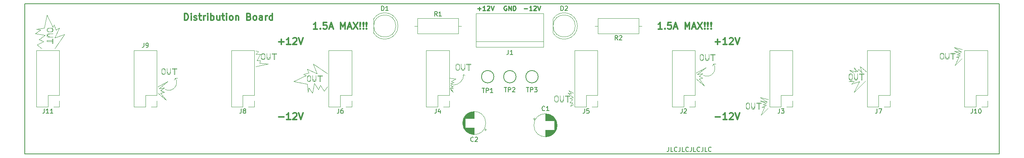
<source format=gto>
G04 #@! TF.GenerationSoftware,KiCad,Pcbnew,(6.0.1)*
G04 #@! TF.CreationDate,2022-09-12T09:43:39+02:00*
G04 #@! TF.ProjectId,Distrib,44697374-7269-4622-9e6b-696361645f70,rev?*
G04 #@! TF.SameCoordinates,Original*
G04 #@! TF.FileFunction,Legend,Top*
G04 #@! TF.FilePolarity,Positive*
%FSLAX46Y46*%
G04 Gerber Fmt 4.6, Leading zero omitted, Abs format (unit mm)*
G04 Created by KiCad (PCBNEW (6.0.1)) date 2022-09-12 09:43:39*
%MOMM*%
%LPD*%
G01*
G04 APERTURE LIST*
%ADD10C,0.120000*%
G04 #@! TA.AperFunction,Profile*
%ADD11C,0.150000*%
G04 #@! TD*
%ADD12C,0.150000*%
%ADD13C,0.300000*%
%ADD14C,0.250000*%
%ADD15R,1.700000X1.700000*%
%ADD16O,1.700000X1.700000*%
%ADD17R,1.800000X1.800000*%
%ADD18C,1.800000*%
%ADD19C,1.600000*%
%ADD20O,1.600000X1.600000*%
%ADD21C,2.000000*%
%ADD22R,3.000000X3.000000*%
%ADD23C,3.000000*%
%ADD24R,1.600000X1.600000*%
G04 APERTURE END LIST*
D10*
X238800000Y-66300000D02*
X239000000Y-66500000D01*
X242200000Y-65700000D02*
X241400000Y-65500000D01*
X240800000Y-64700000D02*
X242400000Y-64900000D01*
X239200000Y-66500000D02*
X238800000Y-65900000D01*
X238400000Y-65500000D02*
X238000000Y-65100000D01*
X240800000Y-63900000D02*
X242600000Y-64300000D01*
X238200000Y-65100000D02*
X237800000Y-65100000D01*
X238800000Y-65100000D02*
X238800000Y-66300000D01*
X239400000Y-66500000D02*
X239600000Y-66300000D01*
X237600000Y-65300000D02*
X237600000Y-66300000D01*
X240000000Y-65100000D02*
X241000000Y-65100000D01*
X237800000Y-65100000D02*
X237600000Y-65300000D01*
X241000000Y-67900000D02*
X241800000Y-66100000D01*
X241000000Y-65100000D02*
X241000000Y-65300000D01*
X239600000Y-65900000D02*
X239200000Y-66500000D01*
X242200000Y-65300000D02*
X241800000Y-65100000D01*
X237600000Y-65500000D02*
X238000000Y-65100000D01*
X242600000Y-66300000D02*
X241000000Y-67900000D01*
X240400000Y-65100000D02*
X240400000Y-66500000D01*
X241200000Y-66100000D02*
X242200000Y-65700000D01*
X238400000Y-66300000D02*
X238400000Y-65300000D01*
X241400000Y-65500000D02*
X242200000Y-65300000D01*
X241800000Y-65100000D02*
X240800000Y-64700000D01*
X240400000Y-66500000D02*
X240600000Y-66500000D01*
X238400000Y-65300000D02*
X238200000Y-65100000D01*
X238000000Y-66500000D02*
X237600000Y-66100000D01*
X240000000Y-65300000D02*
X240000000Y-65100000D01*
X241800000Y-66100000D02*
X241200000Y-66100000D01*
X239600000Y-66300000D02*
X239600000Y-65100000D01*
X237600000Y-66300000D02*
X237800000Y-66500000D01*
X237800000Y-66500000D02*
X238200000Y-66500000D01*
X241000000Y-65300000D02*
X240000000Y-65300000D01*
X239000000Y-66500000D02*
X239400000Y-66500000D01*
X240600000Y-66500000D02*
X240600000Y-65100000D01*
X238200000Y-66500000D02*
X238400000Y-66300000D01*
X238400000Y-66100000D02*
X238000000Y-66500000D01*
X242400000Y-64900000D02*
X240800000Y-63900000D01*
X37200000Y-59500000D02*
X36200000Y-59500000D01*
X33400000Y-60700000D02*
X35600000Y-61100000D01*
X36200000Y-61500000D02*
X37400000Y-61500000D01*
X36000000Y-62300000D02*
X36000000Y-62500000D01*
X36400000Y-60300000D02*
X36000000Y-59900000D01*
X37400000Y-62300000D02*
X36000000Y-62300000D01*
X34200000Y-62100000D02*
X35200000Y-62500000D01*
X36200000Y-60300000D02*
X37200000Y-60300000D01*
X37400000Y-60100000D02*
X37400000Y-59700000D01*
X36000000Y-61100000D02*
X36600000Y-60700000D01*
X37200000Y-62900000D02*
X37200000Y-61900000D01*
X37200000Y-60300000D02*
X37400000Y-60100000D01*
X36000000Y-56500000D02*
X35400000Y-59500000D01*
X38800000Y-59500000D02*
X38000000Y-59900000D01*
X33600000Y-59700000D02*
X34600000Y-59900000D01*
X37400000Y-62900000D02*
X37200000Y-62900000D01*
X37600000Y-58700000D02*
X37400000Y-59300000D01*
X37400000Y-61900000D02*
X37400000Y-62900000D01*
X36000000Y-61300000D02*
X36200000Y-61500000D01*
X37800000Y-64100000D02*
X40000000Y-60900000D01*
X37000000Y-60300000D02*
X37400000Y-59900000D01*
X40000000Y-60900000D02*
X37800000Y-61700000D01*
X36000000Y-59900000D02*
X36400000Y-59500000D01*
X38000000Y-59900000D02*
X37600000Y-58700000D01*
X37800000Y-61700000D02*
X38800000Y-59500000D01*
X37400000Y-59700000D02*
X37200000Y-59500000D01*
X36000000Y-60900000D02*
X36000000Y-61300000D01*
X37400000Y-60700000D02*
X36200000Y-60700000D01*
X36000000Y-59700000D02*
X36000000Y-60100000D01*
X37000000Y-59500000D02*
X37400000Y-59900000D01*
X35400000Y-59500000D02*
X33600000Y-59700000D01*
X36200000Y-59500000D02*
X36000000Y-59700000D01*
X37200000Y-61900000D02*
X37400000Y-61900000D01*
X36000000Y-62500000D02*
X37400000Y-62500000D01*
X36000000Y-60100000D02*
X36200000Y-60300000D01*
X36600000Y-61500000D02*
X36000000Y-61100000D01*
X37400000Y-59300000D02*
X36000000Y-56500000D01*
X34600000Y-59900000D02*
X33400000Y-60700000D01*
X35600000Y-61100000D02*
X34200000Y-62100000D01*
X33800000Y-63300000D02*
X34800000Y-64100000D01*
X35200000Y-62500000D02*
X33800000Y-63300000D01*
X36200000Y-60700000D02*
X36000000Y-60900000D01*
X84590000Y-65200000D02*
X84390000Y-65400000D01*
X85190000Y-65600000D02*
X84790000Y-65200000D01*
X86790000Y-65400000D02*
X86790000Y-65200000D01*
X219800000Y-71200000D02*
X220000000Y-71200000D01*
X220000000Y-71200000D02*
X220000000Y-69800000D01*
X219400000Y-70000000D02*
X219400000Y-69800000D01*
X219400000Y-69800000D02*
X220400000Y-69800000D01*
X217000000Y-71000000D02*
X217200000Y-71200000D01*
X217200000Y-71200000D02*
X217600000Y-71200000D01*
X218200000Y-71000000D02*
X218400000Y-71200000D01*
X220400000Y-69800000D02*
X220400000Y-70000000D01*
X220400000Y-70000000D02*
X219400000Y-70000000D01*
X219800000Y-69800000D02*
X219800000Y-71200000D01*
X217000000Y-70000000D02*
X217000000Y-71000000D01*
X217600000Y-69800000D02*
X217200000Y-69800000D01*
X217800000Y-70000000D02*
X217600000Y-69800000D01*
X217200000Y-69800000D02*
X217000000Y-70000000D01*
X217800000Y-70200000D02*
X217400000Y-69800000D01*
X217800000Y-70800000D02*
X217400000Y-71200000D01*
X218200000Y-69800000D02*
X218200000Y-71000000D01*
X217800000Y-71000000D02*
X217800000Y-70000000D01*
X218400000Y-71200000D02*
X218800000Y-71200000D01*
X218600000Y-71200000D02*
X218200000Y-70600000D01*
X218800000Y-71200000D02*
X219000000Y-71000000D01*
X217000000Y-70200000D02*
X217400000Y-69800000D01*
X217400000Y-71200000D02*
X217000000Y-70800000D01*
X219000000Y-71000000D02*
X219000000Y-69800000D01*
X217600000Y-71200000D02*
X217800000Y-71000000D01*
X219000000Y-70600000D02*
X218600000Y-71200000D01*
X127700000Y-72400000D02*
G75*
G03*
X130100000Y-70000000I-1J2400001D01*
G01*
X130100000Y-70000000D02*
X130300000Y-70200000D01*
X130100000Y-70000000D02*
X129900000Y-70200000D01*
X184200001Y-70199998D02*
G75*
G03*
X186488414Y-67607718I800000J1599998D01*
G01*
X196800000Y-77800000D02*
X196800000Y-76400000D01*
X94541667Y-70200000D02*
X91741667Y-71600000D01*
X151000000Y-76200000D02*
X150600000Y-75800000D01*
X85590000Y-66400000D02*
X85790000Y-66600000D01*
X62500000Y-70000000D02*
X62700000Y-69800000D01*
X151800000Y-76000000D02*
X152000000Y-76200000D01*
X95341667Y-71600000D02*
X95541667Y-71400000D01*
X152600000Y-75600000D02*
X152200000Y-76200000D01*
X62700000Y-68800000D02*
X62500000Y-68600000D01*
X185800000Y-65600000D02*
X185800000Y-65400000D01*
X127100000Y-73000000D02*
X127700000Y-73200000D01*
X62500000Y-74000000D02*
X61700000Y-74200000D01*
X87790000Y-65400000D02*
X86790000Y-65400000D01*
X151400000Y-75800000D02*
X151000000Y-76200000D01*
X186800000Y-65400000D02*
X186800000Y-65600000D01*
X84790000Y-66600000D02*
X84390000Y-66200000D01*
X186200000Y-66800000D02*
X186400000Y-66800000D01*
X217000000Y-71600000D02*
X217800000Y-71400000D01*
X96741667Y-71000000D02*
X96341667Y-71600000D01*
X185400000Y-66200000D02*
X185000000Y-66800000D01*
X85190000Y-65400000D02*
X84990000Y-65200000D01*
X85190000Y-66400000D02*
X85190000Y-65400000D01*
X63500000Y-70000000D02*
X63100000Y-69400000D01*
X153400000Y-74800000D02*
X153400000Y-76200000D01*
X150800000Y-74800000D02*
X150600000Y-75000000D01*
X62900000Y-75800000D02*
X61100000Y-74200000D01*
X184000000Y-65400000D02*
X183600000Y-65400000D01*
X129500000Y-68800000D02*
X129700000Y-69000000D01*
X153000000Y-74800000D02*
X154000000Y-74800000D01*
X85590000Y-65200000D02*
X85590000Y-66400000D01*
X186488414Y-67607718D02*
X187000000Y-67600000D01*
X194400000Y-77800000D02*
X194600000Y-77600000D01*
X83390000Y-66800000D02*
X84190000Y-65400000D01*
X130300000Y-68400000D02*
X129900000Y-69000000D01*
X61100000Y-72800000D02*
X63300000Y-71600000D01*
X195200000Y-77800000D02*
X195600000Y-77800000D01*
X86390000Y-66000000D02*
X85990000Y-66600000D01*
X197200000Y-76600000D02*
X196200000Y-76600000D01*
X61300000Y-73200000D02*
X62500000Y-73000000D01*
X194000000Y-77800000D02*
X194400000Y-77800000D01*
X153800000Y-73600000D02*
X154400000Y-74400000D01*
X184000000Y-69800000D02*
X183200000Y-70400000D01*
X64300000Y-68800000D02*
X64300000Y-68600000D01*
X185400000Y-66600000D02*
X185400000Y-65400000D01*
X95141667Y-73000000D02*
X95941667Y-74200000D01*
X194600000Y-77400000D02*
X194200000Y-77800000D01*
X128300000Y-68000000D02*
X128700000Y-67600000D01*
X183400000Y-65800000D02*
X183800000Y-65400000D01*
X64700000Y-70000000D02*
X64900000Y-70000000D01*
X84390000Y-65400000D02*
X84390000Y-66400000D01*
X64988414Y-70807718D02*
X65500000Y-70800000D01*
X129100000Y-68600000D02*
X128700000Y-69000000D01*
X127700000Y-72800000D02*
X127100000Y-72400000D01*
X151200000Y-74800000D02*
X150800000Y-74800000D01*
X84390000Y-65600000D02*
X84790000Y-65200000D01*
X184200000Y-65800000D02*
X183800000Y-65400000D01*
X63300000Y-71600000D02*
X61300000Y-73200000D01*
X61900000Y-68800000D02*
X61900000Y-69800000D01*
X96341667Y-72000000D02*
X97341667Y-73400000D01*
X85990000Y-67600000D02*
X83990000Y-67400000D01*
X151800000Y-74800000D02*
X151800000Y-76000000D01*
X151200000Y-76200000D02*
X151400000Y-76000000D01*
X186200000Y-65400000D02*
X186200000Y-66800000D01*
X154600000Y-76400000D02*
X154200000Y-77200000D01*
X183400000Y-65600000D02*
X183400000Y-66600000D01*
X94741667Y-71400000D02*
X94941667Y-71600000D01*
X198000000Y-77400000D02*
X197400000Y-77400000D01*
X195800000Y-77600000D02*
X195800000Y-76400000D01*
X128700000Y-69000000D02*
X128300000Y-68600000D01*
X129100000Y-68800000D02*
X129100000Y-67800000D01*
X97741667Y-71600000D02*
X97741667Y-70200000D01*
X127700000Y-73200000D02*
X127300000Y-72800000D01*
X97141667Y-70400000D02*
X97141667Y-70200000D01*
X193800000Y-77600000D02*
X194000000Y-77800000D01*
X198600000Y-76200000D02*
X197000000Y-75200000D01*
X95941667Y-71400000D02*
X96141667Y-71600000D01*
X154200000Y-77200000D02*
X154800000Y-76800000D01*
X183800000Y-66800000D02*
X183400000Y-66400000D01*
X97741667Y-72400000D02*
X98541667Y-73800000D01*
X219600000Y-68200000D02*
X220000000Y-69600000D01*
X186400000Y-66800000D02*
X186400000Y-65400000D01*
X87190000Y-65200000D02*
X87190000Y-66600000D01*
X98541667Y-73800000D02*
X99341667Y-72800000D01*
X84990000Y-65200000D02*
X84590000Y-65200000D01*
X183600000Y-66800000D02*
X184000000Y-66800000D01*
X184200000Y-65600000D02*
X184000000Y-65400000D01*
X129100000Y-68000000D02*
X128700000Y-67600000D01*
X196200000Y-76400000D02*
X197200000Y-76400000D01*
X152600000Y-76000000D02*
X152600000Y-74800000D01*
X127100000Y-72000000D02*
X127900000Y-71800000D01*
X197200000Y-76400000D02*
X197200000Y-76600000D01*
X197200000Y-79200000D02*
X198000000Y-77400000D01*
X84190000Y-65400000D02*
X83190000Y-65400000D01*
X129700000Y-69000000D02*
X130100000Y-69000000D01*
X197400000Y-77400000D02*
X198400000Y-77000000D01*
X193800000Y-76600000D02*
X193800000Y-77600000D01*
X182600000Y-69600000D02*
X184800000Y-68400000D01*
X196600000Y-76400000D02*
X196600000Y-77800000D01*
X151400000Y-75000000D02*
X151200000Y-74800000D01*
X185800000Y-65400000D02*
X186800000Y-65400000D01*
X195600000Y-77800000D02*
X195800000Y-77600000D01*
X131100000Y-67600000D02*
X131100000Y-69000000D01*
X96141667Y-67600000D02*
X96941667Y-69800000D01*
X130700000Y-67800000D02*
X130700000Y-67600000D01*
X154800000Y-74200000D02*
X153800000Y-73600000D01*
X63300000Y-70000000D02*
X63700000Y-70000000D01*
X198400000Y-76600000D02*
X198000000Y-76400000D01*
X184600000Y-66600000D02*
X184800000Y-66800000D01*
X193800000Y-76800000D02*
X194200000Y-76400000D01*
X63700000Y-70000000D02*
X63900000Y-69800000D01*
X84590000Y-66600000D02*
X84990000Y-66600000D01*
X195800000Y-77200000D02*
X195400000Y-77800000D01*
X85190000Y-66200000D02*
X84790000Y-66600000D01*
X99341667Y-69800000D02*
X96141667Y-67600000D01*
X184800000Y-66800000D02*
X185200000Y-66800000D01*
X130100000Y-69000000D02*
X130300000Y-68800000D01*
X96541667Y-71600000D02*
X96741667Y-71400000D01*
X152000000Y-76200000D02*
X152400000Y-76200000D01*
X63100000Y-68600000D02*
X63100000Y-69800000D01*
X129100000Y-67800000D02*
X128900000Y-67600000D01*
X153400000Y-76200000D02*
X153600000Y-76200000D01*
X127900000Y-71800000D02*
X127300000Y-71600000D01*
X219000000Y-69400000D02*
X218200000Y-68400000D01*
X91741667Y-71600000D02*
X94741667Y-72200000D01*
X185000000Y-66800000D02*
X184600000Y-66200000D01*
X127500000Y-72200000D02*
X127100000Y-72000000D01*
X129500000Y-67600000D02*
X129500000Y-68800000D01*
X86190000Y-66600000D02*
X86390000Y-66400000D01*
X128300000Y-68800000D02*
X128500000Y-69000000D01*
X97141667Y-70200000D02*
X98141667Y-70200000D01*
X62100000Y-68600000D02*
X61900000Y-68800000D01*
X184000000Y-70800000D02*
X183200000Y-71000000D01*
X94741667Y-68800000D02*
X95141667Y-69600000D01*
X182800000Y-70000000D02*
X184000000Y-69800000D01*
X93941667Y-70000000D02*
X94541667Y-70200000D01*
X83990000Y-67400000D02*
X84190000Y-66800000D01*
X64900000Y-70000000D02*
X64900000Y-68600000D01*
X98141667Y-70200000D02*
X98141667Y-70400000D01*
X63100000Y-69800000D02*
X63300000Y-70000000D01*
X94941667Y-74000000D02*
X95141667Y-73000000D01*
X95541667Y-70600000D02*
X95141667Y-70200000D01*
X194000000Y-76400000D02*
X193800000Y-76600000D01*
X64700000Y-68600000D02*
X64700000Y-70000000D01*
X198800000Y-77600000D02*
X197200000Y-79200000D01*
X61900000Y-69000000D02*
X62300000Y-68600000D01*
X86390000Y-66400000D02*
X86390000Y-65200000D01*
X128500000Y-67600000D02*
X128300000Y-67800000D01*
X153600000Y-74200000D02*
X154800000Y-75200000D01*
X151400000Y-75200000D02*
X151000000Y-74800000D01*
X62700000Y-69800000D02*
X62700000Y-68800000D01*
X95341667Y-70200000D02*
X94941667Y-70200000D01*
X95541667Y-71400000D02*
X95541667Y-70400000D01*
X83190000Y-65400000D02*
X83790000Y-64800000D01*
X217200000Y-69000000D02*
X218000000Y-69600000D01*
X128500000Y-69000000D02*
X128900000Y-69000000D01*
X62700000Y-69600000D02*
X62300000Y-70000000D01*
X198400000Y-77000000D02*
X197600000Y-76800000D01*
X195400000Y-77800000D02*
X195000000Y-77200000D01*
X131700000Y-67600000D02*
X131700000Y-67800000D01*
X218600000Y-69400000D02*
X217200000Y-69000000D01*
X195000000Y-76400000D02*
X195000000Y-77600000D01*
X62700000Y-69000000D02*
X62300000Y-68600000D01*
X194600000Y-76800000D02*
X194200000Y-76400000D01*
X97341667Y-73400000D02*
X97741667Y-72400000D01*
X194400000Y-76400000D02*
X194000000Y-76400000D01*
X197000000Y-75200000D02*
X198800000Y-75600000D01*
X183200000Y-70400000D02*
X184000000Y-70800000D01*
X184800000Y-68400000D02*
X182800000Y-70000000D01*
X128300000Y-71000000D02*
X126900000Y-70800000D01*
X64300000Y-68600000D02*
X65300000Y-68600000D01*
X197000000Y-76000000D02*
X198600000Y-76200000D01*
X131700000Y-67800000D02*
X130700000Y-67800000D01*
X152400000Y-76200000D02*
X152600000Y-76000000D01*
X150800000Y-76200000D02*
X151200000Y-76200000D01*
X150600000Y-76000000D02*
X150800000Y-76200000D01*
X154000000Y-75000000D02*
X153000000Y-75000000D01*
X98141667Y-70400000D02*
X97141667Y-70400000D01*
X61700000Y-73600000D02*
X62500000Y-74000000D01*
X185200000Y-66800000D02*
X185400000Y-66600000D01*
X84190000Y-66800000D02*
X83390000Y-66800000D01*
X150600000Y-75000000D02*
X150600000Y-76000000D01*
X221000000Y-69400000D02*
X219600000Y-68200000D01*
X195000000Y-77600000D02*
X195200000Y-77800000D01*
X153000000Y-75000000D02*
X153000000Y-74800000D01*
X61900000Y-69800000D02*
X62100000Y-70000000D01*
X95541667Y-70400000D02*
X95341667Y-70200000D01*
X87790000Y-65200000D02*
X87790000Y-65400000D01*
X96341667Y-71600000D02*
X95941667Y-71000000D01*
X184200000Y-66600000D02*
X184200000Y-65600000D01*
X65300000Y-68800000D02*
X64300000Y-68800000D01*
X129900000Y-69000000D02*
X129500000Y-68400000D01*
X219200000Y-68800000D02*
X219000000Y-69400000D01*
X62300000Y-70000000D02*
X61900000Y-69600000D01*
X97541667Y-70200000D02*
X97541667Y-71600000D01*
X95541667Y-71200000D02*
X95141667Y-71600000D01*
X152200000Y-76200000D02*
X151800000Y-75600000D01*
X94941667Y-71600000D02*
X95341667Y-71600000D01*
X83190000Y-68200000D02*
X85990000Y-67600000D01*
X83790000Y-64800000D02*
X83190000Y-64600000D01*
X126900000Y-73200000D02*
X127700000Y-74000000D01*
X86790000Y-65200000D02*
X87790000Y-65200000D01*
X96141667Y-71600000D02*
X96541667Y-71600000D01*
X218200000Y-71600000D02*
X217000000Y-71600000D01*
X184600000Y-65400000D02*
X184600000Y-66600000D01*
X62100000Y-70000000D02*
X62500000Y-70000000D01*
X62500000Y-68600000D02*
X62100000Y-68600000D01*
X127300000Y-71600000D02*
X128300000Y-71000000D01*
X183400000Y-66600000D02*
X183600000Y-66800000D01*
X62500000Y-73000000D02*
X61700000Y-73600000D01*
X184000000Y-66800000D02*
X184200000Y-66600000D01*
X197600000Y-76800000D02*
X198400000Y-76600000D01*
X127700000Y-74000000D02*
X127100000Y-73000000D01*
X186800000Y-65600000D02*
X185800000Y-65600000D01*
X127300000Y-72800000D02*
X127700000Y-72800000D01*
X154600000Y-75600000D02*
X154000000Y-76400000D01*
X220000000Y-69600000D02*
X219200000Y-68800000D01*
X196600000Y-77800000D02*
X196800000Y-77800000D01*
X154000000Y-74800000D02*
X154000000Y-75000000D01*
X218200000Y-74000000D02*
X219400000Y-71600000D01*
X128900000Y-67600000D02*
X128500000Y-67600000D01*
X154000000Y-75400000D02*
X154600000Y-75600000D01*
X150600000Y-75200000D02*
X151000000Y-74800000D01*
X130700000Y-67600000D02*
X131700000Y-67600000D01*
X84390000Y-66400000D02*
X84590000Y-66600000D01*
X130300000Y-68800000D02*
X130300000Y-67600000D01*
X95941667Y-70200000D02*
X95941667Y-71400000D01*
X198000000Y-76400000D02*
X197000000Y-76000000D01*
X194600000Y-76600000D02*
X194400000Y-76400000D01*
X85790000Y-66600000D02*
X86190000Y-66600000D01*
X196200000Y-76600000D02*
X196200000Y-76400000D01*
X94941667Y-70200000D02*
X94741667Y-70400000D01*
X153600000Y-76200000D02*
X153600000Y-74800000D01*
X218200000Y-68400000D02*
X218600000Y-69400000D01*
X62700000Y-73400000D02*
G75*
G03*
X64988414Y-70807718I800000J1600000D01*
G01*
X184400000Y-72600000D02*
X182600000Y-71000000D01*
X64988414Y-70807718D02*
X64700000Y-71200000D01*
X87390000Y-66600000D02*
X87390000Y-65200000D01*
X194600000Y-77600000D02*
X194600000Y-76600000D01*
X183200000Y-71000000D02*
X184400000Y-72600000D01*
X154400000Y-74400000D02*
X153600000Y-74200000D01*
X194200000Y-77800000D02*
X193800000Y-77400000D01*
X217600000Y-72200000D02*
X218200000Y-71600000D01*
X84990000Y-66600000D02*
X85190000Y-66400000D01*
X220800000Y-71400000D02*
X218200000Y-74000000D01*
X127100000Y-72400000D02*
X127500000Y-72200000D01*
X63900000Y-69800000D02*
X63900000Y-68600000D01*
X96941667Y-69800000D02*
X94741667Y-68800000D01*
X65300000Y-68600000D02*
X65300000Y-68800000D01*
X94741667Y-72200000D02*
X94941667Y-74000000D01*
X131100000Y-69000000D02*
X131300000Y-69000000D01*
X95141667Y-69600000D02*
X93941667Y-70000000D01*
X128300000Y-67800000D02*
X128300000Y-68800000D01*
X63900000Y-69400000D02*
X63500000Y-70000000D01*
X94741667Y-70600000D02*
X95141667Y-70200000D01*
X85990000Y-66600000D02*
X85590000Y-66000000D01*
X128900000Y-69000000D02*
X129100000Y-68800000D01*
X95141667Y-71600000D02*
X94741667Y-71200000D01*
X131300000Y-69000000D02*
X131300000Y-67600000D01*
X184200000Y-66400000D02*
X183800000Y-66800000D01*
X219400000Y-71600000D02*
X217600000Y-72200000D01*
X61700000Y-74200000D02*
X62900000Y-75800000D01*
X95941667Y-74200000D02*
X96341667Y-72000000D01*
X186488414Y-67607718D02*
X186200000Y-68000000D01*
X97541667Y-71600000D02*
X97741667Y-71600000D01*
X154000000Y-76400000D02*
X154600000Y-76400000D01*
X154800000Y-75200000D02*
X154000000Y-75400000D01*
X87190000Y-66600000D02*
X87390000Y-66600000D01*
X94741667Y-70400000D02*
X94741667Y-71400000D01*
X151400000Y-76000000D02*
X151400000Y-75000000D01*
X96741667Y-71400000D02*
X96741667Y-70200000D01*
X183600000Y-65400000D02*
X183400000Y-65600000D01*
D11*
X251000000Y-54000000D02*
X31000000Y-54000000D01*
X251000000Y-54000000D02*
X251000000Y-88000000D01*
X31000000Y-88000000D02*
X251000000Y-88000000D01*
X31000000Y-54000000D02*
X31000000Y-88000000D01*
D12*
X176380952Y-86452380D02*
X176380952Y-87166666D01*
X176333333Y-87309523D01*
X176238095Y-87404761D01*
X176095238Y-87452380D01*
X176000000Y-87452380D01*
X177333333Y-87452380D02*
X176857142Y-87452380D01*
X176857142Y-86452380D01*
X178238095Y-87357142D02*
X178190476Y-87404761D01*
X178047619Y-87452380D01*
X177952380Y-87452380D01*
X177809523Y-87404761D01*
X177714285Y-87309523D01*
X177666666Y-87214285D01*
X177619047Y-87023809D01*
X177619047Y-86880952D01*
X177666666Y-86690476D01*
X177714285Y-86595238D01*
X177809523Y-86500000D01*
X177952380Y-86452380D01*
X178047619Y-86452380D01*
X178190476Y-86500000D01*
X178238095Y-86547619D01*
X178952380Y-86452380D02*
X178952380Y-87166666D01*
X178904761Y-87309523D01*
X178809523Y-87404761D01*
X178666666Y-87452380D01*
X178571428Y-87452380D01*
X179904761Y-87452380D02*
X179428571Y-87452380D01*
X179428571Y-86452380D01*
X180809523Y-87357142D02*
X180761904Y-87404761D01*
X180619047Y-87452380D01*
X180523809Y-87452380D01*
X180380952Y-87404761D01*
X180285714Y-87309523D01*
X180238095Y-87214285D01*
X180190476Y-87023809D01*
X180190476Y-86880952D01*
X180238095Y-86690476D01*
X180285714Y-86595238D01*
X180380952Y-86500000D01*
X180523809Y-86452380D01*
X180619047Y-86452380D01*
X180761904Y-86500000D01*
X180809523Y-86547619D01*
X181523809Y-86452380D02*
X181523809Y-87166666D01*
X181476190Y-87309523D01*
X181380952Y-87404761D01*
X181238095Y-87452380D01*
X181142857Y-87452380D01*
X182476190Y-87452380D02*
X182000000Y-87452380D01*
X182000000Y-86452380D01*
X183380952Y-87357142D02*
X183333333Y-87404761D01*
X183190476Y-87452380D01*
X183095238Y-87452380D01*
X182952380Y-87404761D01*
X182857142Y-87309523D01*
X182809523Y-87214285D01*
X182761904Y-87023809D01*
X182761904Y-86880952D01*
X182809523Y-86690476D01*
X182857142Y-86595238D01*
X182952380Y-86500000D01*
X183095238Y-86452380D01*
X183190476Y-86452380D01*
X183333333Y-86500000D01*
X183380952Y-86547619D01*
X184095238Y-86452380D02*
X184095238Y-87166666D01*
X184047619Y-87309523D01*
X183952380Y-87404761D01*
X183809523Y-87452380D01*
X183714285Y-87452380D01*
X185047619Y-87452380D02*
X184571428Y-87452380D01*
X184571428Y-86452380D01*
X185952380Y-87357142D02*
X185904761Y-87404761D01*
X185761904Y-87452380D01*
X185666666Y-87452380D01*
X185523809Y-87404761D01*
X185428571Y-87309523D01*
X185380952Y-87214285D01*
X185333333Y-87023809D01*
X185333333Y-86880952D01*
X185380952Y-86690476D01*
X185428571Y-86595238D01*
X185523809Y-86500000D01*
X185666666Y-86452380D01*
X185761904Y-86452380D01*
X185904761Y-86500000D01*
X185952380Y-86547619D01*
D13*
X186857142Y-79607142D02*
X188000000Y-79607142D01*
X189500000Y-80178571D02*
X188642857Y-80178571D01*
X189071428Y-80178571D02*
X189071428Y-78678571D01*
X188928571Y-78892857D01*
X188785714Y-79035714D01*
X188642857Y-79107142D01*
X190071428Y-78821428D02*
X190142857Y-78750000D01*
X190285714Y-78678571D01*
X190642857Y-78678571D01*
X190785714Y-78750000D01*
X190857142Y-78821428D01*
X190928571Y-78964285D01*
X190928571Y-79107142D01*
X190857142Y-79321428D01*
X190000000Y-80178571D01*
X190928571Y-80178571D01*
X191357142Y-78678571D02*
X191857142Y-80178571D01*
X192357142Y-78678571D01*
D14*
X143738095Y-55071428D02*
X144500000Y-55071428D01*
X145500000Y-55452380D02*
X144928571Y-55452380D01*
X145214285Y-55452380D02*
X145214285Y-54452380D01*
X145119047Y-54595238D01*
X145023809Y-54690476D01*
X144928571Y-54738095D01*
X145880952Y-54547619D02*
X145928571Y-54500000D01*
X146023809Y-54452380D01*
X146261904Y-54452380D01*
X146357142Y-54500000D01*
X146404761Y-54547619D01*
X146452380Y-54642857D01*
X146452380Y-54738095D01*
X146404761Y-54880952D01*
X145833333Y-55452380D01*
X146452380Y-55452380D01*
X146738095Y-54452380D02*
X147071428Y-55452380D01*
X147404761Y-54452380D01*
D13*
X186857142Y-62607142D02*
X188000000Y-62607142D01*
X187428571Y-63178571D02*
X187428571Y-62035714D01*
X189500000Y-63178571D02*
X188642857Y-63178571D01*
X189071428Y-63178571D02*
X189071428Y-61678571D01*
X188928571Y-61892857D01*
X188785714Y-62035714D01*
X188642857Y-62107142D01*
X190071428Y-61821428D02*
X190142857Y-61750000D01*
X190285714Y-61678571D01*
X190642857Y-61678571D01*
X190785714Y-61750000D01*
X190857142Y-61821428D01*
X190928571Y-61964285D01*
X190928571Y-62107142D01*
X190857142Y-62321428D01*
X190000000Y-63178571D01*
X190928571Y-63178571D01*
X191357142Y-61678571D02*
X191857142Y-63178571D01*
X192357142Y-61678571D01*
X67071428Y-57678571D02*
X67071428Y-56178571D01*
X67428571Y-56178571D01*
X67642857Y-56250000D01*
X67785714Y-56392857D01*
X67857142Y-56535714D01*
X67928571Y-56821428D01*
X67928571Y-57035714D01*
X67857142Y-57321428D01*
X67785714Y-57464285D01*
X67642857Y-57607142D01*
X67428571Y-57678571D01*
X67071428Y-57678571D01*
X68571428Y-57678571D02*
X68571428Y-56678571D01*
X68571428Y-56178571D02*
X68500000Y-56250000D01*
X68571428Y-56321428D01*
X68642857Y-56250000D01*
X68571428Y-56178571D01*
X68571428Y-56321428D01*
X69214285Y-57607142D02*
X69357142Y-57678571D01*
X69642857Y-57678571D01*
X69785714Y-57607142D01*
X69857142Y-57464285D01*
X69857142Y-57392857D01*
X69785714Y-57250000D01*
X69642857Y-57178571D01*
X69428571Y-57178571D01*
X69285714Y-57107142D01*
X69214285Y-56964285D01*
X69214285Y-56892857D01*
X69285714Y-56750000D01*
X69428571Y-56678571D01*
X69642857Y-56678571D01*
X69785714Y-56750000D01*
X70285714Y-56678571D02*
X70857142Y-56678571D01*
X70500000Y-56178571D02*
X70500000Y-57464285D01*
X70571428Y-57607142D01*
X70714285Y-57678571D01*
X70857142Y-57678571D01*
X71357142Y-57678571D02*
X71357142Y-56678571D01*
X71357142Y-56964285D02*
X71428571Y-56821428D01*
X71500000Y-56750000D01*
X71642857Y-56678571D01*
X71785714Y-56678571D01*
X72285714Y-57678571D02*
X72285714Y-56678571D01*
X72285714Y-56178571D02*
X72214285Y-56250000D01*
X72285714Y-56321428D01*
X72357142Y-56250000D01*
X72285714Y-56178571D01*
X72285714Y-56321428D01*
X73000000Y-57678571D02*
X73000000Y-56178571D01*
X73000000Y-56750000D02*
X73142857Y-56678571D01*
X73428571Y-56678571D01*
X73571428Y-56750000D01*
X73642857Y-56821428D01*
X73714285Y-56964285D01*
X73714285Y-57392857D01*
X73642857Y-57535714D01*
X73571428Y-57607142D01*
X73428571Y-57678571D01*
X73142857Y-57678571D01*
X73000000Y-57607142D01*
X75000000Y-56678571D02*
X75000000Y-57678571D01*
X74357142Y-56678571D02*
X74357142Y-57464285D01*
X74428571Y-57607142D01*
X74571428Y-57678571D01*
X74785714Y-57678571D01*
X74928571Y-57607142D01*
X75000000Y-57535714D01*
X75500000Y-56678571D02*
X76071428Y-56678571D01*
X75714285Y-56178571D02*
X75714285Y-57464285D01*
X75785714Y-57607142D01*
X75928571Y-57678571D01*
X76071428Y-57678571D01*
X76571428Y-57678571D02*
X76571428Y-56678571D01*
X76571428Y-56178571D02*
X76500000Y-56250000D01*
X76571428Y-56321428D01*
X76642857Y-56250000D01*
X76571428Y-56178571D01*
X76571428Y-56321428D01*
X77500000Y-57678571D02*
X77357142Y-57607142D01*
X77285714Y-57535714D01*
X77214285Y-57392857D01*
X77214285Y-56964285D01*
X77285714Y-56821428D01*
X77357142Y-56750000D01*
X77500000Y-56678571D01*
X77714285Y-56678571D01*
X77857142Y-56750000D01*
X77928571Y-56821428D01*
X78000000Y-56964285D01*
X78000000Y-57392857D01*
X77928571Y-57535714D01*
X77857142Y-57607142D01*
X77714285Y-57678571D01*
X77500000Y-57678571D01*
X78642857Y-56678571D02*
X78642857Y-57678571D01*
X78642857Y-56821428D02*
X78714285Y-56750000D01*
X78857142Y-56678571D01*
X79071428Y-56678571D01*
X79214285Y-56750000D01*
X79285714Y-56892857D01*
X79285714Y-57678571D01*
X81642857Y-56892857D02*
X81857142Y-56964285D01*
X81928571Y-57035714D01*
X82000000Y-57178571D01*
X82000000Y-57392857D01*
X81928571Y-57535714D01*
X81857142Y-57607142D01*
X81714285Y-57678571D01*
X81142857Y-57678571D01*
X81142857Y-56178571D01*
X81642857Y-56178571D01*
X81785714Y-56250000D01*
X81857142Y-56321428D01*
X81928571Y-56464285D01*
X81928571Y-56607142D01*
X81857142Y-56750000D01*
X81785714Y-56821428D01*
X81642857Y-56892857D01*
X81142857Y-56892857D01*
X82857142Y-57678571D02*
X82714285Y-57607142D01*
X82642857Y-57535714D01*
X82571428Y-57392857D01*
X82571428Y-56964285D01*
X82642857Y-56821428D01*
X82714285Y-56750000D01*
X82857142Y-56678571D01*
X83071428Y-56678571D01*
X83214285Y-56750000D01*
X83285714Y-56821428D01*
X83357142Y-56964285D01*
X83357142Y-57392857D01*
X83285714Y-57535714D01*
X83214285Y-57607142D01*
X83071428Y-57678571D01*
X82857142Y-57678571D01*
X84642857Y-57678571D02*
X84642857Y-56892857D01*
X84571428Y-56750000D01*
X84428571Y-56678571D01*
X84142857Y-56678571D01*
X84000000Y-56750000D01*
X84642857Y-57607142D02*
X84500000Y-57678571D01*
X84142857Y-57678571D01*
X84000000Y-57607142D01*
X83928571Y-57464285D01*
X83928571Y-57321428D01*
X84000000Y-57178571D01*
X84142857Y-57107142D01*
X84500000Y-57107142D01*
X84642857Y-57035714D01*
X85357142Y-57678571D02*
X85357142Y-56678571D01*
X85357142Y-56964285D02*
X85428571Y-56821428D01*
X85500000Y-56750000D01*
X85642857Y-56678571D01*
X85785714Y-56678571D01*
X86928571Y-57678571D02*
X86928571Y-56178571D01*
X86928571Y-57607142D02*
X86785714Y-57678571D01*
X86500000Y-57678571D01*
X86357142Y-57607142D01*
X86285714Y-57535714D01*
X86214285Y-57392857D01*
X86214285Y-56964285D01*
X86285714Y-56821428D01*
X86357142Y-56750000D01*
X86500000Y-56678571D01*
X86785714Y-56678571D01*
X86928571Y-56750000D01*
X88357142Y-79607142D02*
X89500000Y-79607142D01*
X91000000Y-80178571D02*
X90142857Y-80178571D01*
X90571428Y-80178571D02*
X90571428Y-78678571D01*
X90428571Y-78892857D01*
X90285714Y-79035714D01*
X90142857Y-79107142D01*
X91571428Y-78821428D02*
X91642857Y-78750000D01*
X91785714Y-78678571D01*
X92142857Y-78678571D01*
X92285714Y-78750000D01*
X92357142Y-78821428D01*
X92428571Y-78964285D01*
X92428571Y-79107142D01*
X92357142Y-79321428D01*
X91500000Y-80178571D01*
X92428571Y-80178571D01*
X92857142Y-78678571D02*
X93357142Y-80178571D01*
X93857142Y-78678571D01*
X174857142Y-59678571D02*
X174000000Y-59678571D01*
X174428571Y-59678571D02*
X174428571Y-58178571D01*
X174285714Y-58392857D01*
X174142857Y-58535714D01*
X174000000Y-58607142D01*
X175500000Y-59535714D02*
X175571428Y-59607142D01*
X175500000Y-59678571D01*
X175428571Y-59607142D01*
X175500000Y-59535714D01*
X175500000Y-59678571D01*
X176928571Y-58178571D02*
X176214285Y-58178571D01*
X176142857Y-58892857D01*
X176214285Y-58821428D01*
X176357142Y-58750000D01*
X176714285Y-58750000D01*
X176857142Y-58821428D01*
X176928571Y-58892857D01*
X177000000Y-59035714D01*
X177000000Y-59392857D01*
X176928571Y-59535714D01*
X176857142Y-59607142D01*
X176714285Y-59678571D01*
X176357142Y-59678571D01*
X176214285Y-59607142D01*
X176142857Y-59535714D01*
X177571428Y-59250000D02*
X178285714Y-59250000D01*
X177428571Y-59678571D02*
X177928571Y-58178571D01*
X178428571Y-59678571D01*
X180071428Y-59678571D02*
X180071428Y-58178571D01*
X180571428Y-59250000D01*
X181071428Y-58178571D01*
X181071428Y-59678571D01*
X181714285Y-59250000D02*
X182428571Y-59250000D01*
X181571428Y-59678571D02*
X182071428Y-58178571D01*
X182571428Y-59678571D01*
X182928571Y-58178571D02*
X183928571Y-59678571D01*
X183928571Y-58178571D02*
X182928571Y-59678571D01*
X184500000Y-59535714D02*
X184571428Y-59607142D01*
X184500000Y-59678571D01*
X184428571Y-59607142D01*
X184500000Y-59535714D01*
X184500000Y-59678571D01*
X184500000Y-59107142D02*
X184428571Y-58250000D01*
X184500000Y-58178571D01*
X184571428Y-58250000D01*
X184500000Y-59107142D01*
X184500000Y-58178571D01*
X185214285Y-59535714D02*
X185285714Y-59607142D01*
X185214285Y-59678571D01*
X185142857Y-59607142D01*
X185214285Y-59535714D01*
X185214285Y-59678571D01*
X185214285Y-59107142D02*
X185142857Y-58250000D01*
X185214285Y-58178571D01*
X185285714Y-58250000D01*
X185214285Y-59107142D01*
X185214285Y-58178571D01*
X185928571Y-59535714D02*
X186000000Y-59607142D01*
X185928571Y-59678571D01*
X185857142Y-59607142D01*
X185928571Y-59535714D01*
X185928571Y-59678571D01*
X185928571Y-59107142D02*
X185857142Y-58250000D01*
X185928571Y-58178571D01*
X186000000Y-58250000D01*
X185928571Y-59107142D01*
X185928571Y-58178571D01*
D14*
X133238095Y-55071428D02*
X134000000Y-55071428D01*
X133619047Y-55452380D02*
X133619047Y-54690476D01*
X135000000Y-55452380D02*
X134428571Y-55452380D01*
X134714285Y-55452380D02*
X134714285Y-54452380D01*
X134619047Y-54595238D01*
X134523809Y-54690476D01*
X134428571Y-54738095D01*
X135380952Y-54547619D02*
X135428571Y-54500000D01*
X135523809Y-54452380D01*
X135761904Y-54452380D01*
X135857142Y-54500000D01*
X135904761Y-54547619D01*
X135952380Y-54642857D01*
X135952380Y-54738095D01*
X135904761Y-54880952D01*
X135333333Y-55452380D01*
X135952380Y-55452380D01*
X136238095Y-54452380D02*
X136571428Y-55452380D01*
X136904761Y-54452380D01*
D13*
X88357142Y-62607142D02*
X89500000Y-62607142D01*
X88928571Y-63178571D02*
X88928571Y-62035714D01*
X91000000Y-63178571D02*
X90142857Y-63178571D01*
X90571428Y-63178571D02*
X90571428Y-61678571D01*
X90428571Y-61892857D01*
X90285714Y-62035714D01*
X90142857Y-62107142D01*
X91571428Y-61821428D02*
X91642857Y-61750000D01*
X91785714Y-61678571D01*
X92142857Y-61678571D01*
X92285714Y-61750000D01*
X92357142Y-61821428D01*
X92428571Y-61964285D01*
X92428571Y-62107142D01*
X92357142Y-62321428D01*
X91500000Y-63178571D01*
X92428571Y-63178571D01*
X92857142Y-61678571D02*
X93357142Y-63178571D01*
X93857142Y-61678571D01*
D14*
X139738095Y-54500000D02*
X139642857Y-54452380D01*
X139500000Y-54452380D01*
X139357142Y-54500000D01*
X139261904Y-54595238D01*
X139214285Y-54690476D01*
X139166666Y-54880952D01*
X139166666Y-55023809D01*
X139214285Y-55214285D01*
X139261904Y-55309523D01*
X139357142Y-55404761D01*
X139500000Y-55452380D01*
X139595238Y-55452380D01*
X139738095Y-55404761D01*
X139785714Y-55357142D01*
X139785714Y-55023809D01*
X139595238Y-55023809D01*
X140214285Y-55452380D02*
X140214285Y-54452380D01*
X140785714Y-55452380D01*
X140785714Y-54452380D01*
X141261904Y-55452380D02*
X141261904Y-54452380D01*
X141500000Y-54452380D01*
X141642857Y-54500000D01*
X141738095Y-54595238D01*
X141785714Y-54690476D01*
X141833333Y-54880952D01*
X141833333Y-55023809D01*
X141785714Y-55214285D01*
X141738095Y-55309523D01*
X141642857Y-55404761D01*
X141500000Y-55452380D01*
X141261904Y-55452380D01*
D13*
X97087142Y-59678571D02*
X96230000Y-59678571D01*
X96658571Y-59678571D02*
X96658571Y-58178571D01*
X96515714Y-58392857D01*
X96372857Y-58535714D01*
X96230000Y-58607142D01*
X97730000Y-59535714D02*
X97801428Y-59607142D01*
X97730000Y-59678571D01*
X97658571Y-59607142D01*
X97730000Y-59535714D01*
X97730000Y-59678571D01*
X99158571Y-58178571D02*
X98444285Y-58178571D01*
X98372857Y-58892857D01*
X98444285Y-58821428D01*
X98587142Y-58750000D01*
X98944285Y-58750000D01*
X99087142Y-58821428D01*
X99158571Y-58892857D01*
X99230000Y-59035714D01*
X99230000Y-59392857D01*
X99158571Y-59535714D01*
X99087142Y-59607142D01*
X98944285Y-59678571D01*
X98587142Y-59678571D01*
X98444285Y-59607142D01*
X98372857Y-59535714D01*
X99801428Y-59250000D02*
X100515714Y-59250000D01*
X99658571Y-59678571D02*
X100158571Y-58178571D01*
X100658571Y-59678571D01*
X102301428Y-59678571D02*
X102301428Y-58178571D01*
X102801428Y-59250000D01*
X103301428Y-58178571D01*
X103301428Y-59678571D01*
X103944285Y-59250000D02*
X104658571Y-59250000D01*
X103801428Y-59678571D02*
X104301428Y-58178571D01*
X104801428Y-59678571D01*
X105158571Y-58178571D02*
X106158571Y-59678571D01*
X106158571Y-58178571D02*
X105158571Y-59678571D01*
X106730000Y-59535714D02*
X106801428Y-59607142D01*
X106730000Y-59678571D01*
X106658571Y-59607142D01*
X106730000Y-59535714D01*
X106730000Y-59678571D01*
X106730000Y-59107142D02*
X106658571Y-58250000D01*
X106730000Y-58178571D01*
X106801428Y-58250000D01*
X106730000Y-59107142D01*
X106730000Y-58178571D01*
X107444285Y-59535714D02*
X107515714Y-59607142D01*
X107444285Y-59678571D01*
X107372857Y-59607142D01*
X107444285Y-59535714D01*
X107444285Y-59678571D01*
X107444285Y-59107142D02*
X107372857Y-58250000D01*
X107444285Y-58178571D01*
X107515714Y-58250000D01*
X107444285Y-59107142D01*
X107444285Y-58178571D01*
X108158571Y-59535714D02*
X108230000Y-59607142D01*
X108158571Y-59678571D01*
X108087142Y-59607142D01*
X108158571Y-59535714D01*
X108158571Y-59678571D01*
X108158571Y-59107142D02*
X108087142Y-58250000D01*
X108158571Y-58178571D01*
X108230000Y-58250000D01*
X108158571Y-59107142D01*
X108158571Y-58178571D01*
D12*
X35420476Y-77782380D02*
X35420476Y-78496666D01*
X35372857Y-78639523D01*
X35277619Y-78734761D01*
X35134761Y-78782380D01*
X35039523Y-78782380D01*
X36420476Y-78782380D02*
X35849047Y-78782380D01*
X36134761Y-78782380D02*
X36134761Y-77782380D01*
X36039523Y-77925238D01*
X35944285Y-78020476D01*
X35849047Y-78068095D01*
X37372857Y-78782380D02*
X36801428Y-78782380D01*
X37087142Y-78782380D02*
X37087142Y-77782380D01*
X36991904Y-77925238D01*
X36896666Y-78020476D01*
X36801428Y-78068095D01*
X244920476Y-77782380D02*
X244920476Y-78496666D01*
X244872857Y-78639523D01*
X244777619Y-78734761D01*
X244634761Y-78782380D01*
X244539523Y-78782380D01*
X245920476Y-78782380D02*
X245349047Y-78782380D01*
X245634761Y-78782380D02*
X245634761Y-77782380D01*
X245539523Y-77925238D01*
X245444285Y-78020476D01*
X245349047Y-78068095D01*
X246539523Y-77782380D02*
X246634761Y-77782380D01*
X246730000Y-77830000D01*
X246777619Y-77877619D01*
X246825238Y-77972857D01*
X246872857Y-78163333D01*
X246872857Y-78401428D01*
X246825238Y-78591904D01*
X246777619Y-78687142D01*
X246730000Y-78734761D01*
X246634761Y-78782380D01*
X246539523Y-78782380D01*
X246444285Y-78734761D01*
X246396666Y-78687142D01*
X246349047Y-78591904D01*
X246301428Y-78401428D01*
X246301428Y-78163333D01*
X246349047Y-77972857D01*
X246396666Y-77877619D01*
X246444285Y-77830000D01*
X246539523Y-77782380D01*
X111531904Y-55492380D02*
X111531904Y-54492380D01*
X111770000Y-54492380D01*
X111912857Y-54540000D01*
X112008095Y-54635238D01*
X112055714Y-54730476D01*
X112103333Y-54920952D01*
X112103333Y-55063809D01*
X112055714Y-55254285D01*
X112008095Y-55349523D01*
X111912857Y-55444761D01*
X111770000Y-55492380D01*
X111531904Y-55492380D01*
X113055714Y-55492380D02*
X112484285Y-55492380D01*
X112770000Y-55492380D02*
X112770000Y-54492380D01*
X112674761Y-54635238D01*
X112579523Y-54730476D01*
X112484285Y-54778095D01*
X179396666Y-77782380D02*
X179396666Y-78496666D01*
X179349047Y-78639523D01*
X179253809Y-78734761D01*
X179110952Y-78782380D01*
X179015714Y-78782380D01*
X179825238Y-77877619D02*
X179872857Y-77830000D01*
X179968095Y-77782380D01*
X180206190Y-77782380D01*
X180301428Y-77830000D01*
X180349047Y-77877619D01*
X180396666Y-77972857D01*
X180396666Y-78068095D01*
X180349047Y-78210952D01*
X179777619Y-78782380D01*
X180396666Y-78782380D01*
X201396666Y-77782380D02*
X201396666Y-78496666D01*
X201349047Y-78639523D01*
X201253809Y-78734761D01*
X201110952Y-78782380D01*
X201015714Y-78782380D01*
X201777619Y-77782380D02*
X202396666Y-77782380D01*
X202063333Y-78163333D01*
X202206190Y-78163333D01*
X202301428Y-78210952D01*
X202349047Y-78258571D01*
X202396666Y-78353809D01*
X202396666Y-78591904D01*
X202349047Y-78687142D01*
X202301428Y-78734761D01*
X202206190Y-78782380D01*
X201920476Y-78782380D01*
X201825238Y-78734761D01*
X201777619Y-78687142D01*
X123896666Y-77782380D02*
X123896666Y-78496666D01*
X123849047Y-78639523D01*
X123753809Y-78734761D01*
X123610952Y-78782380D01*
X123515714Y-78782380D01*
X124801428Y-78115714D02*
X124801428Y-78782380D01*
X124563333Y-77734761D02*
X124325238Y-78449047D01*
X124944285Y-78449047D01*
X157396666Y-77782380D02*
X157396666Y-78496666D01*
X157349047Y-78639523D01*
X157253809Y-78734761D01*
X157110952Y-78782380D01*
X157015714Y-78782380D01*
X158349047Y-77782380D02*
X157872857Y-77782380D01*
X157825238Y-78258571D01*
X157872857Y-78210952D01*
X157968095Y-78163333D01*
X158206190Y-78163333D01*
X158301428Y-78210952D01*
X158349047Y-78258571D01*
X158396666Y-78353809D01*
X158396666Y-78591904D01*
X158349047Y-78687142D01*
X158301428Y-78734761D01*
X158206190Y-78782380D01*
X157968095Y-78782380D01*
X157872857Y-78734761D01*
X157825238Y-78687142D01*
X101896666Y-77782380D02*
X101896666Y-78496666D01*
X101849047Y-78639523D01*
X101753809Y-78734761D01*
X101610952Y-78782380D01*
X101515714Y-78782380D01*
X102801428Y-77782380D02*
X102610952Y-77782380D01*
X102515714Y-77830000D01*
X102468095Y-77877619D01*
X102372857Y-78020476D01*
X102325238Y-78210952D01*
X102325238Y-78591904D01*
X102372857Y-78687142D01*
X102420476Y-78734761D01*
X102515714Y-78782380D01*
X102706190Y-78782380D01*
X102801428Y-78734761D01*
X102849047Y-78687142D01*
X102896666Y-78591904D01*
X102896666Y-78353809D01*
X102849047Y-78258571D01*
X102801428Y-78210952D01*
X102706190Y-78163333D01*
X102515714Y-78163333D01*
X102420476Y-78210952D01*
X102372857Y-78258571D01*
X102325238Y-78353809D01*
X223396666Y-77782380D02*
X223396666Y-78496666D01*
X223349047Y-78639523D01*
X223253809Y-78734761D01*
X223110952Y-78782380D01*
X223015714Y-78782380D01*
X223777619Y-77782380D02*
X224444285Y-77782380D01*
X224015714Y-78782380D01*
X124108333Y-56732380D02*
X123775000Y-56256190D01*
X123536904Y-56732380D02*
X123536904Y-55732380D01*
X123917857Y-55732380D01*
X124013095Y-55780000D01*
X124060714Y-55827619D01*
X124108333Y-55922857D01*
X124108333Y-56065714D01*
X124060714Y-56160952D01*
X124013095Y-56208571D01*
X123917857Y-56256190D01*
X123536904Y-56256190D01*
X125060714Y-56732380D02*
X124489285Y-56732380D01*
X124775000Y-56732380D02*
X124775000Y-55732380D01*
X124679761Y-55875238D01*
X124584523Y-55970476D01*
X124489285Y-56018095D01*
X139238095Y-72952380D02*
X139809523Y-72952380D01*
X139523809Y-73952380D02*
X139523809Y-72952380D01*
X140142857Y-73952380D02*
X140142857Y-72952380D01*
X140523809Y-72952380D01*
X140619047Y-73000000D01*
X140666666Y-73047619D01*
X140714285Y-73142857D01*
X140714285Y-73285714D01*
X140666666Y-73380952D01*
X140619047Y-73428571D01*
X140523809Y-73476190D01*
X140142857Y-73476190D01*
X141095238Y-73047619D02*
X141142857Y-73000000D01*
X141238095Y-72952380D01*
X141476190Y-72952380D01*
X141571428Y-73000000D01*
X141619047Y-73047619D01*
X141666666Y-73142857D01*
X141666666Y-73238095D01*
X141619047Y-73380952D01*
X141047619Y-73952380D01*
X141666666Y-73952380D01*
X144238095Y-72952380D02*
X144809523Y-72952380D01*
X144523809Y-73952380D02*
X144523809Y-72952380D01*
X145142857Y-73952380D02*
X145142857Y-72952380D01*
X145523809Y-72952380D01*
X145619047Y-73000000D01*
X145666666Y-73047619D01*
X145714285Y-73142857D01*
X145714285Y-73285714D01*
X145666666Y-73380952D01*
X145619047Y-73428571D01*
X145523809Y-73476190D01*
X145142857Y-73476190D01*
X146047619Y-72952380D02*
X146666666Y-72952380D01*
X146333333Y-73333333D01*
X146476190Y-73333333D01*
X146571428Y-73380952D01*
X146619047Y-73428571D01*
X146666666Y-73523809D01*
X146666666Y-73761904D01*
X146619047Y-73857142D01*
X146571428Y-73904761D01*
X146476190Y-73952380D01*
X146190476Y-73952380D01*
X146095238Y-73904761D01*
X146047619Y-73857142D01*
X57896666Y-62852380D02*
X57896666Y-63566666D01*
X57849047Y-63709523D01*
X57753809Y-63804761D01*
X57610952Y-63852380D01*
X57515714Y-63852380D01*
X58420476Y-63852380D02*
X58610952Y-63852380D01*
X58706190Y-63804761D01*
X58753809Y-63757142D01*
X58849047Y-63614285D01*
X58896666Y-63423809D01*
X58896666Y-63042857D01*
X58849047Y-62947619D01*
X58801428Y-62900000D01*
X58706190Y-62852380D01*
X58515714Y-62852380D01*
X58420476Y-62900000D01*
X58372857Y-62947619D01*
X58325238Y-63042857D01*
X58325238Y-63280952D01*
X58372857Y-63376190D01*
X58420476Y-63423809D01*
X58515714Y-63471428D01*
X58706190Y-63471428D01*
X58801428Y-63423809D01*
X58849047Y-63376190D01*
X58896666Y-63280952D01*
X134238095Y-73112380D02*
X134809523Y-73112380D01*
X134523809Y-74112380D02*
X134523809Y-73112380D01*
X135142857Y-74112380D02*
X135142857Y-73112380D01*
X135523809Y-73112380D01*
X135619047Y-73160000D01*
X135666666Y-73207619D01*
X135714285Y-73302857D01*
X135714285Y-73445714D01*
X135666666Y-73540952D01*
X135619047Y-73588571D01*
X135523809Y-73636190D01*
X135142857Y-73636190D01*
X136666666Y-74112380D02*
X136095238Y-74112380D01*
X136380952Y-74112380D02*
X136380952Y-73112380D01*
X136285714Y-73255238D01*
X136190476Y-73350476D01*
X136095238Y-73398095D01*
X152031904Y-55492380D02*
X152031904Y-54492380D01*
X152270000Y-54492380D01*
X152412857Y-54540000D01*
X152508095Y-54635238D01*
X152555714Y-54730476D01*
X152603333Y-54920952D01*
X152603333Y-55063809D01*
X152555714Y-55254285D01*
X152508095Y-55349523D01*
X152412857Y-55444761D01*
X152270000Y-55492380D01*
X152031904Y-55492380D01*
X152984285Y-54587619D02*
X153031904Y-54540000D01*
X153127142Y-54492380D01*
X153365238Y-54492380D01*
X153460476Y-54540000D01*
X153508095Y-54587619D01*
X153555714Y-54682857D01*
X153555714Y-54778095D01*
X153508095Y-54920952D01*
X152936666Y-55492380D01*
X153555714Y-55492380D01*
X79896666Y-77782380D02*
X79896666Y-78496666D01*
X79849047Y-78639523D01*
X79753809Y-78734761D01*
X79610952Y-78782380D01*
X79515714Y-78782380D01*
X80515714Y-78210952D02*
X80420476Y-78163333D01*
X80372857Y-78115714D01*
X80325238Y-78020476D01*
X80325238Y-77972857D01*
X80372857Y-77877619D01*
X80420476Y-77830000D01*
X80515714Y-77782380D01*
X80706190Y-77782380D01*
X80801428Y-77830000D01*
X80849047Y-77877619D01*
X80896666Y-77972857D01*
X80896666Y-78020476D01*
X80849047Y-78115714D01*
X80801428Y-78163333D01*
X80706190Y-78210952D01*
X80515714Y-78210952D01*
X80420476Y-78258571D01*
X80372857Y-78306190D01*
X80325238Y-78401428D01*
X80325238Y-78591904D01*
X80372857Y-78687142D01*
X80420476Y-78734761D01*
X80515714Y-78782380D01*
X80706190Y-78782380D01*
X80801428Y-78734761D01*
X80849047Y-78687142D01*
X80896666Y-78591904D01*
X80896666Y-78401428D01*
X80849047Y-78306190D01*
X80801428Y-78258571D01*
X80706190Y-78210952D01*
X164833333Y-62172380D02*
X164500000Y-61696190D01*
X164261904Y-62172380D02*
X164261904Y-61172380D01*
X164642857Y-61172380D01*
X164738095Y-61220000D01*
X164785714Y-61267619D01*
X164833333Y-61362857D01*
X164833333Y-61505714D01*
X164785714Y-61600952D01*
X164738095Y-61648571D01*
X164642857Y-61696190D01*
X164261904Y-61696190D01*
X165214285Y-61267619D02*
X165261904Y-61220000D01*
X165357142Y-61172380D01*
X165595238Y-61172380D01*
X165690476Y-61220000D01*
X165738095Y-61267619D01*
X165785714Y-61362857D01*
X165785714Y-61458095D01*
X165738095Y-61600952D01*
X165166666Y-62172380D01*
X165785714Y-62172380D01*
X140166666Y-64452380D02*
X140166666Y-65166666D01*
X140119047Y-65309523D01*
X140023809Y-65404761D01*
X139880952Y-65452380D01*
X139785714Y-65452380D01*
X141166666Y-65452380D02*
X140595238Y-65452380D01*
X140880952Y-65452380D02*
X140880952Y-64452380D01*
X140785714Y-64595238D01*
X140690476Y-64690476D01*
X140595238Y-64738095D01*
X132288446Y-85107142D02*
X132240827Y-85154761D01*
X132097970Y-85202380D01*
X132002732Y-85202380D01*
X131859874Y-85154761D01*
X131764636Y-85059523D01*
X131717017Y-84964285D01*
X131669398Y-84773809D01*
X131669398Y-84630952D01*
X131717017Y-84440476D01*
X131764636Y-84345238D01*
X131859874Y-84250000D01*
X132002732Y-84202380D01*
X132097970Y-84202380D01*
X132240827Y-84250000D01*
X132288446Y-84297619D01*
X132669398Y-84297619D02*
X132717017Y-84250000D01*
X132812255Y-84202380D01*
X133050351Y-84202380D01*
X133145589Y-84250000D01*
X133193208Y-84297619D01*
X133240827Y-84392857D01*
X133240827Y-84488095D01*
X133193208Y-84630952D01*
X132621779Y-85202380D01*
X133240827Y-85202380D01*
X148378221Y-78107142D02*
X148330602Y-78154761D01*
X148187745Y-78202380D01*
X148092507Y-78202380D01*
X147949649Y-78154761D01*
X147854411Y-78059523D01*
X147806792Y-77964285D01*
X147759173Y-77773809D01*
X147759173Y-77630952D01*
X147806792Y-77440476D01*
X147854411Y-77345238D01*
X147949649Y-77250000D01*
X148092507Y-77202380D01*
X148187745Y-77202380D01*
X148330602Y-77250000D01*
X148378221Y-77297619D01*
X149330602Y-78202380D02*
X148759173Y-78202380D01*
X149044888Y-78202380D02*
X149044888Y-77202380D01*
X148949649Y-77345238D01*
X148854411Y-77440476D01*
X148759173Y-77488095D01*
D10*
X38830000Y-76000000D02*
X38830000Y-77330000D01*
X38830000Y-74730000D02*
X38830000Y-64510000D01*
X36230000Y-77330000D02*
X33630000Y-77330000D01*
X38830000Y-74730000D02*
X36230000Y-74730000D01*
X38830000Y-77330000D02*
X37500000Y-77330000D01*
X36230000Y-74730000D02*
X36230000Y-77330000D01*
X38830000Y-64510000D02*
X33630000Y-64510000D01*
X33630000Y-77330000D02*
X33630000Y-64510000D01*
X248330000Y-76000000D02*
X248330000Y-77330000D01*
X248330000Y-74730000D02*
X248330000Y-64510000D01*
X245730000Y-77330000D02*
X243130000Y-77330000D01*
X248330000Y-74730000D02*
X245730000Y-74730000D01*
X248330000Y-77330000D02*
X247000000Y-77330000D01*
X245730000Y-74730000D02*
X245730000Y-77330000D01*
X248330000Y-64510000D02*
X243130000Y-64510000D01*
X243130000Y-77330000D02*
X243130000Y-64510000D01*
X109710000Y-57455000D02*
X109710000Y-60545000D01*
X115260000Y-59000462D02*
G75*
G03*
X109710000Y-57455170I-2990000J462D01*
G01*
X109710000Y-60544830D02*
G75*
G03*
X115260000Y-58999538I2560000J1544830D01*
G01*
X114770000Y-59000000D02*
G75*
G03*
X114770000Y-59000000I-2500000J0D01*
G01*
X177130000Y-77330000D02*
X177130000Y-64510000D01*
X179730000Y-77330000D02*
X177130000Y-77330000D01*
X182330000Y-74730000D02*
X179730000Y-74730000D01*
X182330000Y-77330000D02*
X181000000Y-77330000D01*
X179730000Y-74730000D02*
X179730000Y-77330000D01*
X182330000Y-74730000D02*
X182330000Y-64510000D01*
X182330000Y-64510000D02*
X177130000Y-64510000D01*
X182330000Y-76000000D02*
X182330000Y-77330000D01*
X204330000Y-77330000D02*
X203000000Y-77330000D01*
X201730000Y-74730000D02*
X201730000Y-77330000D01*
X204330000Y-76000000D02*
X204330000Y-77330000D01*
X199130000Y-77330000D02*
X199130000Y-64510000D01*
X201730000Y-77330000D02*
X199130000Y-77330000D01*
X204330000Y-64510000D02*
X199130000Y-64510000D01*
X204330000Y-74730000D02*
X204330000Y-64510000D01*
X204330000Y-74730000D02*
X201730000Y-74730000D01*
X126830000Y-64510000D02*
X121630000Y-64510000D01*
X126830000Y-77330000D02*
X125500000Y-77330000D01*
X126830000Y-76000000D02*
X126830000Y-77330000D01*
X121630000Y-77330000D02*
X121630000Y-64510000D01*
X124230000Y-74730000D02*
X124230000Y-77330000D01*
X124230000Y-77330000D02*
X121630000Y-77330000D01*
X126830000Y-74730000D02*
X124230000Y-74730000D01*
X126830000Y-74730000D02*
X126830000Y-64510000D01*
X160330000Y-76000000D02*
X160330000Y-77330000D01*
X160330000Y-74730000D02*
X160330000Y-64510000D01*
X155130000Y-77330000D02*
X155130000Y-64510000D01*
X157730000Y-77330000D02*
X155130000Y-77330000D01*
X160330000Y-77330000D02*
X159000000Y-77330000D01*
X160330000Y-64510000D02*
X155130000Y-64510000D01*
X160330000Y-74730000D02*
X157730000Y-74730000D01*
X157730000Y-74730000D02*
X157730000Y-77330000D01*
X102230000Y-74730000D02*
X102230000Y-77330000D01*
X104830000Y-74730000D02*
X102230000Y-74730000D01*
X102230000Y-77330000D02*
X99630000Y-77330000D01*
X104830000Y-76000000D02*
X104830000Y-77330000D01*
X104830000Y-64510000D02*
X99630000Y-64510000D01*
X104830000Y-74730000D02*
X104830000Y-64510000D01*
X99630000Y-77330000D02*
X99630000Y-64510000D01*
X104830000Y-77330000D02*
X103500000Y-77330000D01*
X226330000Y-77330000D02*
X225000000Y-77330000D01*
X226330000Y-74730000D02*
X223730000Y-74730000D01*
X226330000Y-64510000D02*
X221130000Y-64510000D01*
X226330000Y-76000000D02*
X226330000Y-77330000D01*
X221130000Y-77330000D02*
X221130000Y-64510000D01*
X223730000Y-74730000D02*
X223730000Y-77330000D01*
X226330000Y-74730000D02*
X226330000Y-64510000D01*
X223730000Y-77330000D02*
X221130000Y-77330000D01*
X129585000Y-59000000D02*
X128895000Y-59000000D01*
X128895000Y-57280000D02*
X119655000Y-57280000D01*
X119655000Y-60720000D02*
X128895000Y-60720000D01*
X128895000Y-60720000D02*
X128895000Y-57280000D01*
X119655000Y-57280000D02*
X119655000Y-60720000D01*
X118965000Y-59000000D02*
X119655000Y-59000000D01*
D12*
X141900000Y-70500000D02*
G75*
G03*
X141900000Y-70500000I-1400000J0D01*
G01*
X146900000Y-70500000D02*
G75*
G03*
X146900000Y-70500000I-1400000J0D01*
G01*
D10*
X60830000Y-64510000D02*
X55630000Y-64510000D01*
X60830000Y-76000000D02*
X60830000Y-77330000D01*
X60830000Y-74730000D02*
X60830000Y-64510000D01*
X58230000Y-77330000D02*
X55630000Y-77330000D01*
X55630000Y-77330000D02*
X55630000Y-64510000D01*
X60830000Y-74730000D02*
X58230000Y-74730000D01*
X58230000Y-74730000D02*
X58230000Y-77330000D01*
X60830000Y-77330000D02*
X59500000Y-77330000D01*
D12*
X136900000Y-70500000D02*
G75*
G03*
X136900000Y-70500000I-1400000J0D01*
G01*
D10*
X150210000Y-57455000D02*
X150210000Y-60545000D01*
X150210000Y-60544830D02*
G75*
G03*
X155760000Y-58999538I2560000J1544830D01*
G01*
X155760000Y-59000462D02*
G75*
G03*
X150210000Y-57455170I-2990000J462D01*
G01*
X155270000Y-59000000D02*
G75*
G03*
X155270000Y-59000000I-2500000J0D01*
G01*
X80230000Y-77330000D02*
X77630000Y-77330000D01*
X82830000Y-77330000D02*
X81500000Y-77330000D01*
X82830000Y-74730000D02*
X82830000Y-64510000D01*
X82830000Y-64510000D02*
X77630000Y-64510000D01*
X80230000Y-74730000D02*
X80230000Y-77330000D01*
X82830000Y-74730000D02*
X80230000Y-74730000D01*
X82830000Y-76000000D02*
X82830000Y-77330000D01*
X77630000Y-77330000D02*
X77630000Y-64510000D01*
X160380000Y-60720000D02*
X169620000Y-60720000D01*
X170310000Y-59000000D02*
X169620000Y-59000000D01*
X160380000Y-57280000D02*
X160380000Y-60720000D01*
X169620000Y-57280000D02*
X160380000Y-57280000D01*
X169620000Y-60720000D02*
X169620000Y-57280000D01*
X159690000Y-59000000D02*
X160380000Y-59000000D01*
X132880000Y-63810000D02*
X132880000Y-56190000D01*
X132880000Y-62540000D02*
X148120000Y-62540000D01*
X132880000Y-63810000D02*
X148120000Y-63810000D01*
X132880000Y-56190000D02*
X148120000Y-56190000D01*
X148120000Y-63810000D02*
X148120000Y-56190000D01*
X131895113Y-83520000D02*
X131895113Y-82040000D01*
X129974113Y-81805000D02*
X129974113Y-80195000D01*
X131174113Y-79960000D02*
X131174113Y-78753000D01*
X130294113Y-82443000D02*
X130294113Y-79557000D01*
X130654113Y-79960000D02*
X130654113Y-79136000D01*
X131855113Y-83511000D02*
X131855113Y-82040000D01*
X132135113Y-79960000D02*
X132135113Y-78439000D01*
X131494113Y-83398000D02*
X131494113Y-82040000D01*
X131174113Y-83247000D02*
X131174113Y-82040000D01*
X130494113Y-82699000D02*
X130494113Y-82040000D01*
X130694113Y-79960000D02*
X130694113Y-79099000D01*
X131334113Y-79960000D02*
X131334113Y-78671000D01*
X131374113Y-83348000D02*
X131374113Y-82040000D01*
X131454113Y-83382000D02*
X131454113Y-82040000D01*
X130694113Y-82901000D02*
X130694113Y-82040000D01*
X130134113Y-82178000D02*
X130134113Y-79822000D01*
X131014113Y-79960000D02*
X131014113Y-78851000D01*
X132055113Y-83550000D02*
X132055113Y-82040000D01*
X132015113Y-83543000D02*
X132015113Y-82040000D01*
X131054113Y-83175000D02*
X131054113Y-82040000D01*
X131775113Y-83491000D02*
X131775113Y-82040000D01*
X132335113Y-79960000D02*
X132335113Y-78422000D01*
X131054113Y-79960000D02*
X131054113Y-78825000D01*
X130214113Y-82319000D02*
X130214113Y-79681000D01*
X132375113Y-79960000D02*
X132375113Y-78421000D01*
X131414113Y-83365000D02*
X131414113Y-82040000D01*
X131214113Y-79960000D02*
X131214113Y-78732000D01*
X131214113Y-83268000D02*
X131214113Y-82040000D01*
X130054113Y-82011000D02*
X130054113Y-79989000D01*
X130254113Y-82383000D02*
X130254113Y-79617000D01*
X130014113Y-81915000D02*
X130014113Y-80085000D01*
X131534113Y-83414000D02*
X131534113Y-82040000D01*
X130454113Y-79960000D02*
X130454113Y-79347000D01*
X130974113Y-79960000D02*
X130974113Y-78878000D01*
X131454113Y-79960000D02*
X131454113Y-78618000D01*
X130734113Y-82937000D02*
X130734113Y-82040000D01*
X132015113Y-79960000D02*
X132015113Y-78457000D01*
X130894113Y-83065000D02*
X130894113Y-82040000D01*
X131334113Y-83329000D02*
X131334113Y-82040000D01*
X131254113Y-79960000D02*
X131254113Y-78710000D01*
X130614113Y-82826000D02*
X130614113Y-82040000D01*
X130854113Y-79960000D02*
X130854113Y-78965000D01*
X132375113Y-83579000D02*
X132375113Y-82040000D01*
X130494113Y-79960000D02*
X130494113Y-79301000D01*
X130414113Y-82605000D02*
X130414113Y-79395000D01*
X132255113Y-83573000D02*
X132255113Y-82040000D01*
X131734113Y-79960000D02*
X131734113Y-78520000D01*
X131574113Y-79960000D02*
X131574113Y-78572000D01*
X132295113Y-79960000D02*
X132295113Y-78424000D01*
X130814113Y-83004000D02*
X130814113Y-82040000D01*
X132215113Y-83569000D02*
X132215113Y-82040000D01*
X130454113Y-82653000D02*
X130454113Y-82040000D01*
X130574113Y-79960000D02*
X130574113Y-79215000D01*
X130374113Y-82554000D02*
X130374113Y-79446000D01*
X131815113Y-83501000D02*
X131815113Y-82040000D01*
X131294113Y-83310000D02*
X131294113Y-82040000D01*
X129854113Y-81284000D02*
X129854113Y-80716000D01*
X131895113Y-79960000D02*
X131895113Y-78480000D01*
X130774113Y-82971000D02*
X130774113Y-82040000D01*
X131975113Y-79960000D02*
X131975113Y-78464000D01*
X131294113Y-79960000D02*
X131294113Y-78690000D01*
X129934113Y-81677000D02*
X129934113Y-80323000D01*
X130174113Y-82251000D02*
X130174113Y-79749000D01*
X130854113Y-83035000D02*
X130854113Y-82040000D01*
X130814113Y-79960000D02*
X130814113Y-78996000D01*
X131654113Y-79960000D02*
X131654113Y-78545000D01*
X131694113Y-83468000D02*
X131694113Y-82040000D01*
X132255113Y-79960000D02*
X132255113Y-78427000D01*
X131534113Y-79960000D02*
X131534113Y-78586000D01*
X131134113Y-79960000D02*
X131134113Y-78776000D01*
X130934113Y-83095000D02*
X130934113Y-82040000D01*
X131014113Y-83149000D02*
X131014113Y-82040000D01*
X131614113Y-79960000D02*
X131614113Y-78558000D01*
X131935113Y-83528000D02*
X131935113Y-82040000D01*
X130574113Y-82785000D02*
X130574113Y-82040000D01*
X131614113Y-83442000D02*
X131614113Y-82040000D01*
X132135113Y-83561000D02*
X132135113Y-82040000D01*
X132095113Y-79960000D02*
X132095113Y-78444000D01*
X130334113Y-82500000D02*
X130334113Y-79500000D01*
X131574113Y-83428000D02*
X131574113Y-82040000D01*
X131414113Y-79960000D02*
X131414113Y-78635000D01*
X132055113Y-79960000D02*
X132055113Y-78450000D01*
X131734113Y-83480000D02*
X131734113Y-82040000D01*
X135259888Y-82475000D02*
X134759888Y-82475000D01*
X131494113Y-79960000D02*
X131494113Y-78602000D01*
X135009888Y-82725000D02*
X135009888Y-82225000D01*
X132455113Y-83580000D02*
X132455113Y-82040000D01*
X132175113Y-83565000D02*
X132175113Y-82040000D01*
X131094113Y-83200000D02*
X131094113Y-82040000D01*
X132175113Y-79960000D02*
X132175113Y-78435000D01*
X131374113Y-79960000D02*
X131374113Y-78652000D01*
X132095113Y-83556000D02*
X132095113Y-82040000D01*
X131694113Y-79960000D02*
X131694113Y-78532000D01*
X130974113Y-83122000D02*
X130974113Y-82040000D01*
X131254113Y-83290000D02*
X131254113Y-82040000D01*
X130734113Y-79960000D02*
X130734113Y-79063000D01*
X131654113Y-83455000D02*
X131654113Y-82040000D01*
X130534113Y-79960000D02*
X130534113Y-79257000D01*
X131935113Y-79960000D02*
X131935113Y-78472000D01*
X130774113Y-79960000D02*
X130774113Y-79029000D01*
X131975113Y-83536000D02*
X131975113Y-82040000D01*
X131855113Y-79960000D02*
X131855113Y-78489000D01*
X132415113Y-79960000D02*
X132415113Y-78420000D01*
X132295113Y-83576000D02*
X132295113Y-82040000D01*
X132335113Y-83578000D02*
X132335113Y-82040000D01*
X131134113Y-83224000D02*
X131134113Y-82040000D01*
X130934113Y-79960000D02*
X130934113Y-78905000D01*
X132415113Y-83580000D02*
X132415113Y-82040000D01*
X131775113Y-79960000D02*
X131775113Y-78509000D01*
X132455113Y-79960000D02*
X132455113Y-78420000D01*
X130534113Y-82743000D02*
X130534113Y-82040000D01*
X130614113Y-79960000D02*
X130614113Y-79174000D01*
X131815113Y-79960000D02*
X131815113Y-78499000D01*
X131094113Y-79960000D02*
X131094113Y-78800000D01*
X129894113Y-81518000D02*
X129894113Y-80482000D01*
X132215113Y-79960000D02*
X132215113Y-78431000D01*
X130094113Y-82098000D02*
X130094113Y-79902000D01*
X130894113Y-79960000D02*
X130894113Y-78935000D01*
X130654113Y-82864000D02*
X130654113Y-82040000D01*
X135075113Y-81000000D02*
G75*
G03*
X135075113Y-81000000I-2620000J0D01*
G01*
X149545888Y-82540000D02*
X149545888Y-83882000D01*
X148984888Y-82540000D02*
X148984888Y-84043000D01*
X150345888Y-82540000D02*
X150345888Y-83364000D01*
X148944888Y-82540000D02*
X148944888Y-84050000D01*
X145990113Y-79775000D02*
X145990113Y-80275000D01*
X149625888Y-82540000D02*
X149625888Y-83848000D01*
X149825888Y-79253000D02*
X149825888Y-80460000D01*
X149385888Y-79058000D02*
X149385888Y-80460000D01*
X149104888Y-78980000D02*
X149104888Y-80460000D01*
X150185888Y-79496000D02*
X150185888Y-80460000D01*
X148784888Y-78931000D02*
X148784888Y-80460000D01*
X149305888Y-82540000D02*
X149305888Y-83968000D01*
X148864888Y-82540000D02*
X148864888Y-84061000D01*
X149705888Y-82540000D02*
X149705888Y-83810000D01*
X150905888Y-80402000D02*
X150905888Y-82598000D01*
X149505888Y-79102000D02*
X149505888Y-80460000D01*
X150985888Y-80585000D02*
X150985888Y-82415000D01*
X148664888Y-78922000D02*
X148664888Y-80460000D01*
X149585888Y-79135000D02*
X149585888Y-80460000D01*
X150785888Y-80181000D02*
X150785888Y-82819000D01*
X149184888Y-82540000D02*
X149184888Y-84001000D01*
X148704888Y-82540000D02*
X148704888Y-84076000D01*
X148784888Y-82540000D02*
X148784888Y-84069000D01*
X149184888Y-78999000D02*
X149184888Y-80460000D01*
X148904888Y-82540000D02*
X148904888Y-84056000D01*
X150505888Y-79801000D02*
X150505888Y-80460000D01*
X149064888Y-78972000D02*
X149064888Y-80460000D01*
X150665888Y-80000000D02*
X150665888Y-83000000D01*
X150345888Y-79636000D02*
X150345888Y-80460000D01*
X149385888Y-82540000D02*
X149385888Y-83942000D01*
X149985888Y-79351000D02*
X149985888Y-80460000D01*
X149985888Y-82540000D02*
X149985888Y-83649000D01*
X150745888Y-80117000D02*
X150745888Y-82883000D01*
X148744888Y-82540000D02*
X148744888Y-84073000D01*
X150025888Y-79378000D02*
X150025888Y-80460000D01*
X150465888Y-79757000D02*
X150465888Y-80460000D01*
X149064888Y-82540000D02*
X149064888Y-84028000D01*
X148864888Y-78939000D02*
X148864888Y-80460000D01*
X149505888Y-82540000D02*
X149505888Y-83898000D01*
X149625888Y-79152000D02*
X149625888Y-80460000D01*
X148744888Y-78927000D02*
X148744888Y-80460000D01*
X148984888Y-78957000D02*
X148984888Y-80460000D01*
X148824888Y-82540000D02*
X148824888Y-84065000D01*
X149024888Y-82540000D02*
X149024888Y-84036000D01*
X149024888Y-78964000D02*
X149024888Y-80460000D01*
X150545888Y-79847000D02*
X150545888Y-80460000D01*
X149465888Y-79086000D02*
X149465888Y-80460000D01*
X149745888Y-82540000D02*
X149745888Y-83790000D01*
X149224888Y-82540000D02*
X149224888Y-83991000D01*
X150305888Y-79599000D02*
X150305888Y-80460000D01*
X149465888Y-82540000D02*
X149465888Y-83914000D01*
X149265888Y-82540000D02*
X149265888Y-83980000D01*
X150625888Y-79946000D02*
X150625888Y-83054000D01*
X150945888Y-80489000D02*
X150945888Y-82511000D01*
X149665888Y-79171000D02*
X149665888Y-80460000D01*
X149825888Y-82540000D02*
X149825888Y-83747000D01*
X149705888Y-79190000D02*
X149705888Y-80460000D01*
X151065888Y-80823000D02*
X151065888Y-82177000D01*
X150105888Y-82540000D02*
X150105888Y-83565000D01*
X149265888Y-79020000D02*
X149265888Y-80460000D01*
X149785888Y-82540000D02*
X149785888Y-83768000D01*
X150105888Y-79435000D02*
X150105888Y-80460000D01*
X151105888Y-80982000D02*
X151105888Y-82018000D01*
X150865888Y-80322000D02*
X150865888Y-82678000D01*
X149665888Y-82540000D02*
X149665888Y-83829000D01*
X148704888Y-78924000D02*
X148704888Y-80460000D01*
X149865888Y-82540000D02*
X149865888Y-83724000D01*
X149745888Y-79210000D02*
X149745888Y-80460000D01*
X150825888Y-80249000D02*
X150825888Y-82751000D01*
X149345888Y-79045000D02*
X149345888Y-80460000D01*
X150505888Y-82540000D02*
X150505888Y-83199000D01*
X149104888Y-82540000D02*
X149104888Y-84020000D01*
X151025888Y-80695000D02*
X151025888Y-82305000D01*
X148944888Y-78950000D02*
X148944888Y-80460000D01*
X148904888Y-78944000D02*
X148904888Y-80460000D01*
X149345888Y-82540000D02*
X149345888Y-83955000D01*
X149425888Y-79072000D02*
X149425888Y-80460000D01*
X148664888Y-82540000D02*
X148664888Y-84078000D01*
X149945888Y-82540000D02*
X149945888Y-83675000D01*
X151145888Y-81216000D02*
X151145888Y-81784000D01*
X149585888Y-82540000D02*
X149585888Y-83865000D01*
X148544888Y-82540000D02*
X148544888Y-84080000D01*
X150225888Y-82540000D02*
X150225888Y-83471000D01*
X150145888Y-82540000D02*
X150145888Y-83535000D01*
X149224888Y-79009000D02*
X149224888Y-80460000D01*
X149945888Y-79325000D02*
X149945888Y-80460000D01*
X148544888Y-78920000D02*
X148544888Y-80460000D01*
X149425888Y-82540000D02*
X149425888Y-83928000D01*
X149785888Y-79232000D02*
X149785888Y-80460000D01*
X150265888Y-79563000D02*
X150265888Y-80460000D01*
X149305888Y-79032000D02*
X149305888Y-80460000D01*
X150465888Y-82540000D02*
X150465888Y-83243000D01*
X150265888Y-82540000D02*
X150265888Y-83437000D01*
X148824888Y-78935000D02*
X148824888Y-80460000D01*
X150385888Y-82540000D02*
X150385888Y-83326000D01*
X150425888Y-79715000D02*
X150425888Y-80460000D01*
X150145888Y-79465000D02*
X150145888Y-80460000D01*
X150305888Y-82540000D02*
X150305888Y-83401000D01*
X149144888Y-82540000D02*
X149144888Y-84011000D01*
X149865888Y-79276000D02*
X149865888Y-80460000D01*
X145740113Y-80025000D02*
X146240113Y-80025000D01*
X150225888Y-79529000D02*
X150225888Y-80460000D01*
X150705888Y-80057000D02*
X150705888Y-82943000D01*
X148584888Y-78920000D02*
X148584888Y-80460000D01*
X150545888Y-82540000D02*
X150545888Y-83153000D01*
X150385888Y-79674000D02*
X150385888Y-80460000D01*
X150065888Y-82540000D02*
X150065888Y-83595000D01*
X148584888Y-82540000D02*
X148584888Y-84080000D01*
X149905888Y-79300000D02*
X149905888Y-80460000D01*
X150065888Y-79405000D02*
X150065888Y-80460000D01*
X149545888Y-79118000D02*
X149545888Y-80460000D01*
X150185888Y-82540000D02*
X150185888Y-83504000D01*
X150425888Y-82540000D02*
X150425888Y-83285000D01*
X149144888Y-78989000D02*
X149144888Y-80460000D01*
X148624888Y-78921000D02*
X148624888Y-80460000D01*
X148624888Y-82540000D02*
X148624888Y-84079000D01*
X150585888Y-79895000D02*
X150585888Y-83105000D01*
X149905888Y-82540000D02*
X149905888Y-83700000D01*
X150025888Y-82540000D02*
X150025888Y-83622000D01*
X151164888Y-81500000D02*
G75*
G03*
X151164888Y-81500000I-2620000J0D01*
G01*
%LPC*%
D15*
X37500000Y-76000000D03*
D16*
X34960000Y-76000000D03*
X37500000Y-73460000D03*
X34960000Y-73460000D03*
X37500000Y-70920000D03*
X34960000Y-70920000D03*
X37500000Y-68380000D03*
X34960000Y-68380000D03*
X37500000Y-65840000D03*
X34960000Y-65840000D03*
D15*
X247000000Y-76000000D03*
D16*
X244460000Y-76000000D03*
X247000000Y-73460000D03*
X244460000Y-73460000D03*
X247000000Y-70920000D03*
X244460000Y-70920000D03*
X247000000Y-68380000D03*
X244460000Y-68380000D03*
X247000000Y-65840000D03*
X244460000Y-65840000D03*
D17*
X111000000Y-59000000D03*
D18*
X113540000Y-59000000D03*
D15*
X181000000Y-76000000D03*
D16*
X178460000Y-76000000D03*
X181000000Y-73460000D03*
X178460000Y-73460000D03*
X181000000Y-70920000D03*
X178460000Y-70920000D03*
X181000000Y-68380000D03*
X178460000Y-68380000D03*
X181000000Y-65840000D03*
X178460000Y-65840000D03*
D15*
X203000000Y-76000000D03*
D16*
X200460000Y-76000000D03*
X203000000Y-73460000D03*
X200460000Y-73460000D03*
X203000000Y-70920000D03*
X200460000Y-70920000D03*
X203000000Y-68380000D03*
X200460000Y-68380000D03*
X203000000Y-65840000D03*
X200460000Y-65840000D03*
D15*
X125500000Y-76000000D03*
D16*
X122960000Y-76000000D03*
X125500000Y-73460000D03*
X122960000Y-73460000D03*
X125500000Y-70920000D03*
X122960000Y-70920000D03*
X125500000Y-68380000D03*
X122960000Y-68380000D03*
X125500000Y-65840000D03*
X122960000Y-65840000D03*
D15*
X159000000Y-76000000D03*
D16*
X156460000Y-76000000D03*
X159000000Y-73460000D03*
X156460000Y-73460000D03*
X159000000Y-70920000D03*
X156460000Y-70920000D03*
X159000000Y-68380000D03*
X156460000Y-68380000D03*
X159000000Y-65840000D03*
X156460000Y-65840000D03*
D15*
X103500000Y-76000000D03*
D16*
X100960000Y-76000000D03*
X103500000Y-73460000D03*
X100960000Y-73460000D03*
X103500000Y-70920000D03*
X100960000Y-70920000D03*
X103500000Y-68380000D03*
X100960000Y-68380000D03*
X103500000Y-65840000D03*
X100960000Y-65840000D03*
D15*
X225000000Y-76000000D03*
D16*
X222460000Y-76000000D03*
X225000000Y-73460000D03*
X222460000Y-73460000D03*
X225000000Y-70920000D03*
X222460000Y-70920000D03*
X225000000Y-68380000D03*
X222460000Y-68380000D03*
X225000000Y-65840000D03*
X222460000Y-65840000D03*
D19*
X117925000Y-59000000D03*
D20*
X130625000Y-59000000D03*
D21*
X140500000Y-70500000D03*
X145500000Y-70500000D03*
D15*
X59500000Y-76000000D03*
D16*
X56960000Y-76000000D03*
X59500000Y-73460000D03*
X56960000Y-73460000D03*
X59500000Y-70920000D03*
X56960000Y-70920000D03*
X59500000Y-68380000D03*
X56960000Y-68380000D03*
X59500000Y-65840000D03*
X56960000Y-65840000D03*
D21*
X135500000Y-70500000D03*
D17*
X151500000Y-59000000D03*
D18*
X154040000Y-59000000D03*
D15*
X81500000Y-76000000D03*
D16*
X78960000Y-76000000D03*
X81500000Y-73460000D03*
X78960000Y-73460000D03*
X81500000Y-70920000D03*
X78960000Y-70920000D03*
X81500000Y-68380000D03*
X78960000Y-68380000D03*
X81500000Y-65840000D03*
X78960000Y-65840000D03*
D19*
X171350000Y-59000000D03*
D20*
X158650000Y-59000000D03*
D22*
X135420000Y-60000000D03*
D23*
X140500000Y-60000000D03*
X145580000Y-60000000D03*
D24*
X133455113Y-81000000D03*
D19*
X131455113Y-81000000D03*
D24*
X147544888Y-81500000D03*
D19*
X149544888Y-81500000D03*
M02*

</source>
